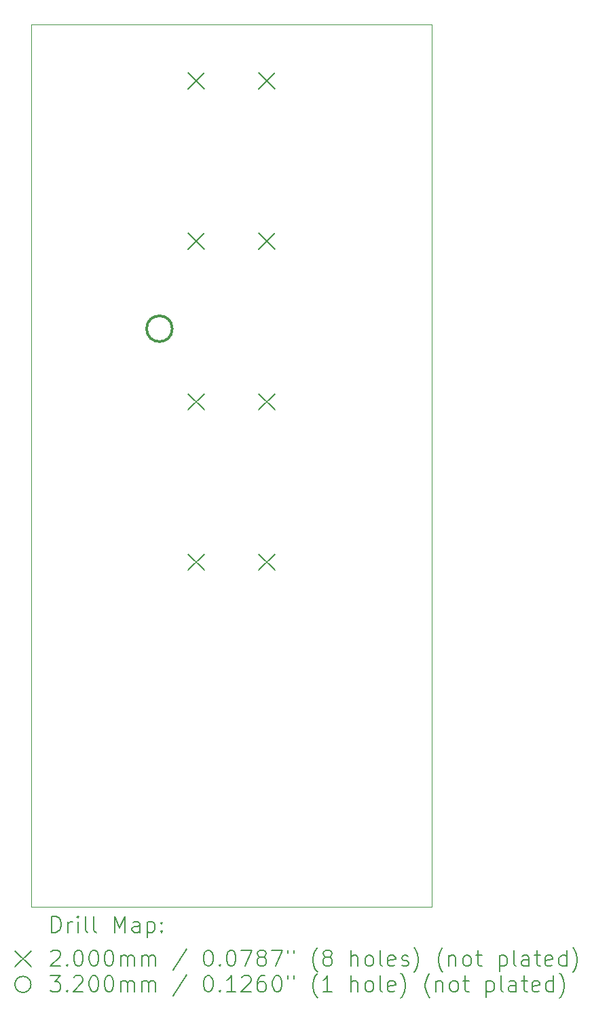
<source format=gbr>
%TF.GenerationSoftware,KiCad,Pcbnew,8.0.6-8.0.6-0~ubuntu22.04.1*%
%TF.CreationDate,2025-02-02T12:48:45+01:00*%
%TF.ProjectId,Drumbox,4472756d-626f-4782-9e6b-696361645f70,rev?*%
%TF.SameCoordinates,Original*%
%TF.FileFunction,Drillmap*%
%TF.FilePolarity,Positive*%
%FSLAX45Y45*%
G04 Gerber Fmt 4.5, Leading zero omitted, Abs format (unit mm)*
G04 Created by KiCad (PCBNEW 8.0.6-8.0.6-0~ubuntu22.04.1) date 2025-02-02 12:48:45*
%MOMM*%
%LPD*%
G01*
G04 APERTURE LIST*
%ADD10C,0.050000*%
%ADD11C,0.200000*%
%ADD12C,0.320000*%
G04 APERTURE END LIST*
D10*
X10240000Y-3380000D02*
X10240000Y-14380000D01*
X15240000Y-3380000D02*
X15240000Y-14380000D01*
X10240000Y-3380000D02*
X15240000Y-3380000D01*
X10240000Y-14380000D02*
X15240000Y-14380000D01*
D11*
X12200000Y-3980000D02*
X12400000Y-4180000D01*
X12400000Y-3980000D02*
X12200000Y-4180000D01*
X12200000Y-5980000D02*
X12400000Y-6180000D01*
X12400000Y-5980000D02*
X12200000Y-6180000D01*
X12200000Y-7980000D02*
X12400000Y-8180000D01*
X12400000Y-7980000D02*
X12200000Y-8180000D01*
X12200000Y-9980000D02*
X12400000Y-10180000D01*
X12400000Y-9980000D02*
X12200000Y-10180000D01*
X13080000Y-3980000D02*
X13280000Y-4180000D01*
X13280000Y-3980000D02*
X13080000Y-4180000D01*
X13080000Y-5980000D02*
X13280000Y-6180000D01*
X13280000Y-5980000D02*
X13080000Y-6180000D01*
X13080000Y-7980000D02*
X13280000Y-8180000D01*
X13280000Y-7980000D02*
X13080000Y-8180000D01*
X13080000Y-9980000D02*
X13280000Y-10180000D01*
X13280000Y-9980000D02*
X13080000Y-10180000D01*
D12*
X12000000Y-7170000D02*
G75*
G02*
X11680000Y-7170000I-160000J0D01*
G01*
X11680000Y-7170000D02*
G75*
G02*
X12000000Y-7170000I160000J0D01*
G01*
D11*
X10498277Y-14693984D02*
X10498277Y-14493984D01*
X10498277Y-14493984D02*
X10545896Y-14493984D01*
X10545896Y-14493984D02*
X10574467Y-14503508D01*
X10574467Y-14503508D02*
X10593515Y-14522555D01*
X10593515Y-14522555D02*
X10603039Y-14541603D01*
X10603039Y-14541603D02*
X10612563Y-14579698D01*
X10612563Y-14579698D02*
X10612563Y-14608269D01*
X10612563Y-14608269D02*
X10603039Y-14646365D01*
X10603039Y-14646365D02*
X10593515Y-14665412D01*
X10593515Y-14665412D02*
X10574467Y-14684460D01*
X10574467Y-14684460D02*
X10545896Y-14693984D01*
X10545896Y-14693984D02*
X10498277Y-14693984D01*
X10698277Y-14693984D02*
X10698277Y-14560650D01*
X10698277Y-14598746D02*
X10707801Y-14579698D01*
X10707801Y-14579698D02*
X10717324Y-14570174D01*
X10717324Y-14570174D02*
X10736372Y-14560650D01*
X10736372Y-14560650D02*
X10755420Y-14560650D01*
X10822086Y-14693984D02*
X10822086Y-14560650D01*
X10822086Y-14493984D02*
X10812563Y-14503508D01*
X10812563Y-14503508D02*
X10822086Y-14513031D01*
X10822086Y-14513031D02*
X10831610Y-14503508D01*
X10831610Y-14503508D02*
X10822086Y-14493984D01*
X10822086Y-14493984D02*
X10822086Y-14513031D01*
X10945896Y-14693984D02*
X10926848Y-14684460D01*
X10926848Y-14684460D02*
X10917324Y-14665412D01*
X10917324Y-14665412D02*
X10917324Y-14493984D01*
X11050658Y-14693984D02*
X11031610Y-14684460D01*
X11031610Y-14684460D02*
X11022086Y-14665412D01*
X11022086Y-14665412D02*
X11022086Y-14493984D01*
X11279229Y-14693984D02*
X11279229Y-14493984D01*
X11279229Y-14493984D02*
X11345896Y-14636841D01*
X11345896Y-14636841D02*
X11412562Y-14493984D01*
X11412562Y-14493984D02*
X11412562Y-14693984D01*
X11593515Y-14693984D02*
X11593515Y-14589222D01*
X11593515Y-14589222D02*
X11583991Y-14570174D01*
X11583991Y-14570174D02*
X11564943Y-14560650D01*
X11564943Y-14560650D02*
X11526848Y-14560650D01*
X11526848Y-14560650D02*
X11507801Y-14570174D01*
X11593515Y-14684460D02*
X11574467Y-14693984D01*
X11574467Y-14693984D02*
X11526848Y-14693984D01*
X11526848Y-14693984D02*
X11507801Y-14684460D01*
X11507801Y-14684460D02*
X11498277Y-14665412D01*
X11498277Y-14665412D02*
X11498277Y-14646365D01*
X11498277Y-14646365D02*
X11507801Y-14627317D01*
X11507801Y-14627317D02*
X11526848Y-14617793D01*
X11526848Y-14617793D02*
X11574467Y-14617793D01*
X11574467Y-14617793D02*
X11593515Y-14608269D01*
X11688753Y-14560650D02*
X11688753Y-14760650D01*
X11688753Y-14570174D02*
X11707801Y-14560650D01*
X11707801Y-14560650D02*
X11745896Y-14560650D01*
X11745896Y-14560650D02*
X11764943Y-14570174D01*
X11764943Y-14570174D02*
X11774467Y-14579698D01*
X11774467Y-14579698D02*
X11783991Y-14598746D01*
X11783991Y-14598746D02*
X11783991Y-14655888D01*
X11783991Y-14655888D02*
X11774467Y-14674936D01*
X11774467Y-14674936D02*
X11764943Y-14684460D01*
X11764943Y-14684460D02*
X11745896Y-14693984D01*
X11745896Y-14693984D02*
X11707801Y-14693984D01*
X11707801Y-14693984D02*
X11688753Y-14684460D01*
X11869705Y-14674936D02*
X11879229Y-14684460D01*
X11879229Y-14684460D02*
X11869705Y-14693984D01*
X11869705Y-14693984D02*
X11860182Y-14684460D01*
X11860182Y-14684460D02*
X11869705Y-14674936D01*
X11869705Y-14674936D02*
X11869705Y-14693984D01*
X11869705Y-14570174D02*
X11879229Y-14579698D01*
X11879229Y-14579698D02*
X11869705Y-14589222D01*
X11869705Y-14589222D02*
X11860182Y-14579698D01*
X11860182Y-14579698D02*
X11869705Y-14570174D01*
X11869705Y-14570174D02*
X11869705Y-14589222D01*
X10037500Y-14922500D02*
X10237500Y-15122500D01*
X10237500Y-14922500D02*
X10037500Y-15122500D01*
X10488753Y-14933031D02*
X10498277Y-14923508D01*
X10498277Y-14923508D02*
X10517324Y-14913984D01*
X10517324Y-14913984D02*
X10564944Y-14913984D01*
X10564944Y-14913984D02*
X10583991Y-14923508D01*
X10583991Y-14923508D02*
X10593515Y-14933031D01*
X10593515Y-14933031D02*
X10603039Y-14952079D01*
X10603039Y-14952079D02*
X10603039Y-14971127D01*
X10603039Y-14971127D02*
X10593515Y-14999698D01*
X10593515Y-14999698D02*
X10479229Y-15113984D01*
X10479229Y-15113984D02*
X10603039Y-15113984D01*
X10688753Y-15094936D02*
X10698277Y-15104460D01*
X10698277Y-15104460D02*
X10688753Y-15113984D01*
X10688753Y-15113984D02*
X10679229Y-15104460D01*
X10679229Y-15104460D02*
X10688753Y-15094936D01*
X10688753Y-15094936D02*
X10688753Y-15113984D01*
X10822086Y-14913984D02*
X10841134Y-14913984D01*
X10841134Y-14913984D02*
X10860182Y-14923508D01*
X10860182Y-14923508D02*
X10869705Y-14933031D01*
X10869705Y-14933031D02*
X10879229Y-14952079D01*
X10879229Y-14952079D02*
X10888753Y-14990174D01*
X10888753Y-14990174D02*
X10888753Y-15037793D01*
X10888753Y-15037793D02*
X10879229Y-15075888D01*
X10879229Y-15075888D02*
X10869705Y-15094936D01*
X10869705Y-15094936D02*
X10860182Y-15104460D01*
X10860182Y-15104460D02*
X10841134Y-15113984D01*
X10841134Y-15113984D02*
X10822086Y-15113984D01*
X10822086Y-15113984D02*
X10803039Y-15104460D01*
X10803039Y-15104460D02*
X10793515Y-15094936D01*
X10793515Y-15094936D02*
X10783991Y-15075888D01*
X10783991Y-15075888D02*
X10774467Y-15037793D01*
X10774467Y-15037793D02*
X10774467Y-14990174D01*
X10774467Y-14990174D02*
X10783991Y-14952079D01*
X10783991Y-14952079D02*
X10793515Y-14933031D01*
X10793515Y-14933031D02*
X10803039Y-14923508D01*
X10803039Y-14923508D02*
X10822086Y-14913984D01*
X11012563Y-14913984D02*
X11031610Y-14913984D01*
X11031610Y-14913984D02*
X11050658Y-14923508D01*
X11050658Y-14923508D02*
X11060182Y-14933031D01*
X11060182Y-14933031D02*
X11069705Y-14952079D01*
X11069705Y-14952079D02*
X11079229Y-14990174D01*
X11079229Y-14990174D02*
X11079229Y-15037793D01*
X11079229Y-15037793D02*
X11069705Y-15075888D01*
X11069705Y-15075888D02*
X11060182Y-15094936D01*
X11060182Y-15094936D02*
X11050658Y-15104460D01*
X11050658Y-15104460D02*
X11031610Y-15113984D01*
X11031610Y-15113984D02*
X11012563Y-15113984D01*
X11012563Y-15113984D02*
X10993515Y-15104460D01*
X10993515Y-15104460D02*
X10983991Y-15094936D01*
X10983991Y-15094936D02*
X10974467Y-15075888D01*
X10974467Y-15075888D02*
X10964944Y-15037793D01*
X10964944Y-15037793D02*
X10964944Y-14990174D01*
X10964944Y-14990174D02*
X10974467Y-14952079D01*
X10974467Y-14952079D02*
X10983991Y-14933031D01*
X10983991Y-14933031D02*
X10993515Y-14923508D01*
X10993515Y-14923508D02*
X11012563Y-14913984D01*
X11203039Y-14913984D02*
X11222086Y-14913984D01*
X11222086Y-14913984D02*
X11241134Y-14923508D01*
X11241134Y-14923508D02*
X11250658Y-14933031D01*
X11250658Y-14933031D02*
X11260182Y-14952079D01*
X11260182Y-14952079D02*
X11269705Y-14990174D01*
X11269705Y-14990174D02*
X11269705Y-15037793D01*
X11269705Y-15037793D02*
X11260182Y-15075888D01*
X11260182Y-15075888D02*
X11250658Y-15094936D01*
X11250658Y-15094936D02*
X11241134Y-15104460D01*
X11241134Y-15104460D02*
X11222086Y-15113984D01*
X11222086Y-15113984D02*
X11203039Y-15113984D01*
X11203039Y-15113984D02*
X11183991Y-15104460D01*
X11183991Y-15104460D02*
X11174467Y-15094936D01*
X11174467Y-15094936D02*
X11164944Y-15075888D01*
X11164944Y-15075888D02*
X11155420Y-15037793D01*
X11155420Y-15037793D02*
X11155420Y-14990174D01*
X11155420Y-14990174D02*
X11164944Y-14952079D01*
X11164944Y-14952079D02*
X11174467Y-14933031D01*
X11174467Y-14933031D02*
X11183991Y-14923508D01*
X11183991Y-14923508D02*
X11203039Y-14913984D01*
X11355420Y-15113984D02*
X11355420Y-14980650D01*
X11355420Y-14999698D02*
X11364943Y-14990174D01*
X11364943Y-14990174D02*
X11383991Y-14980650D01*
X11383991Y-14980650D02*
X11412563Y-14980650D01*
X11412563Y-14980650D02*
X11431610Y-14990174D01*
X11431610Y-14990174D02*
X11441134Y-15009222D01*
X11441134Y-15009222D02*
X11441134Y-15113984D01*
X11441134Y-15009222D02*
X11450658Y-14990174D01*
X11450658Y-14990174D02*
X11469705Y-14980650D01*
X11469705Y-14980650D02*
X11498277Y-14980650D01*
X11498277Y-14980650D02*
X11517324Y-14990174D01*
X11517324Y-14990174D02*
X11526848Y-15009222D01*
X11526848Y-15009222D02*
X11526848Y-15113984D01*
X11622086Y-15113984D02*
X11622086Y-14980650D01*
X11622086Y-14999698D02*
X11631610Y-14990174D01*
X11631610Y-14990174D02*
X11650658Y-14980650D01*
X11650658Y-14980650D02*
X11679229Y-14980650D01*
X11679229Y-14980650D02*
X11698277Y-14990174D01*
X11698277Y-14990174D02*
X11707801Y-15009222D01*
X11707801Y-15009222D02*
X11707801Y-15113984D01*
X11707801Y-15009222D02*
X11717324Y-14990174D01*
X11717324Y-14990174D02*
X11736372Y-14980650D01*
X11736372Y-14980650D02*
X11764943Y-14980650D01*
X11764943Y-14980650D02*
X11783991Y-14990174D01*
X11783991Y-14990174D02*
X11793515Y-15009222D01*
X11793515Y-15009222D02*
X11793515Y-15113984D01*
X12183991Y-14904460D02*
X12012563Y-15161603D01*
X12441134Y-14913984D02*
X12460182Y-14913984D01*
X12460182Y-14913984D02*
X12479229Y-14923508D01*
X12479229Y-14923508D02*
X12488753Y-14933031D01*
X12488753Y-14933031D02*
X12498277Y-14952079D01*
X12498277Y-14952079D02*
X12507801Y-14990174D01*
X12507801Y-14990174D02*
X12507801Y-15037793D01*
X12507801Y-15037793D02*
X12498277Y-15075888D01*
X12498277Y-15075888D02*
X12488753Y-15094936D01*
X12488753Y-15094936D02*
X12479229Y-15104460D01*
X12479229Y-15104460D02*
X12460182Y-15113984D01*
X12460182Y-15113984D02*
X12441134Y-15113984D01*
X12441134Y-15113984D02*
X12422086Y-15104460D01*
X12422086Y-15104460D02*
X12412563Y-15094936D01*
X12412563Y-15094936D02*
X12403039Y-15075888D01*
X12403039Y-15075888D02*
X12393515Y-15037793D01*
X12393515Y-15037793D02*
X12393515Y-14990174D01*
X12393515Y-14990174D02*
X12403039Y-14952079D01*
X12403039Y-14952079D02*
X12412563Y-14933031D01*
X12412563Y-14933031D02*
X12422086Y-14923508D01*
X12422086Y-14923508D02*
X12441134Y-14913984D01*
X12593515Y-15094936D02*
X12603039Y-15104460D01*
X12603039Y-15104460D02*
X12593515Y-15113984D01*
X12593515Y-15113984D02*
X12583991Y-15104460D01*
X12583991Y-15104460D02*
X12593515Y-15094936D01*
X12593515Y-15094936D02*
X12593515Y-15113984D01*
X12726848Y-14913984D02*
X12745896Y-14913984D01*
X12745896Y-14913984D02*
X12764944Y-14923508D01*
X12764944Y-14923508D02*
X12774467Y-14933031D01*
X12774467Y-14933031D02*
X12783991Y-14952079D01*
X12783991Y-14952079D02*
X12793515Y-14990174D01*
X12793515Y-14990174D02*
X12793515Y-15037793D01*
X12793515Y-15037793D02*
X12783991Y-15075888D01*
X12783991Y-15075888D02*
X12774467Y-15094936D01*
X12774467Y-15094936D02*
X12764944Y-15104460D01*
X12764944Y-15104460D02*
X12745896Y-15113984D01*
X12745896Y-15113984D02*
X12726848Y-15113984D01*
X12726848Y-15113984D02*
X12707801Y-15104460D01*
X12707801Y-15104460D02*
X12698277Y-15094936D01*
X12698277Y-15094936D02*
X12688753Y-15075888D01*
X12688753Y-15075888D02*
X12679229Y-15037793D01*
X12679229Y-15037793D02*
X12679229Y-14990174D01*
X12679229Y-14990174D02*
X12688753Y-14952079D01*
X12688753Y-14952079D02*
X12698277Y-14933031D01*
X12698277Y-14933031D02*
X12707801Y-14923508D01*
X12707801Y-14923508D02*
X12726848Y-14913984D01*
X12860182Y-14913984D02*
X12993515Y-14913984D01*
X12993515Y-14913984D02*
X12907801Y-15113984D01*
X13098277Y-14999698D02*
X13079229Y-14990174D01*
X13079229Y-14990174D02*
X13069706Y-14980650D01*
X13069706Y-14980650D02*
X13060182Y-14961603D01*
X13060182Y-14961603D02*
X13060182Y-14952079D01*
X13060182Y-14952079D02*
X13069706Y-14933031D01*
X13069706Y-14933031D02*
X13079229Y-14923508D01*
X13079229Y-14923508D02*
X13098277Y-14913984D01*
X13098277Y-14913984D02*
X13136372Y-14913984D01*
X13136372Y-14913984D02*
X13155420Y-14923508D01*
X13155420Y-14923508D02*
X13164944Y-14933031D01*
X13164944Y-14933031D02*
X13174467Y-14952079D01*
X13174467Y-14952079D02*
X13174467Y-14961603D01*
X13174467Y-14961603D02*
X13164944Y-14980650D01*
X13164944Y-14980650D02*
X13155420Y-14990174D01*
X13155420Y-14990174D02*
X13136372Y-14999698D01*
X13136372Y-14999698D02*
X13098277Y-14999698D01*
X13098277Y-14999698D02*
X13079229Y-15009222D01*
X13079229Y-15009222D02*
X13069706Y-15018746D01*
X13069706Y-15018746D02*
X13060182Y-15037793D01*
X13060182Y-15037793D02*
X13060182Y-15075888D01*
X13060182Y-15075888D02*
X13069706Y-15094936D01*
X13069706Y-15094936D02*
X13079229Y-15104460D01*
X13079229Y-15104460D02*
X13098277Y-15113984D01*
X13098277Y-15113984D02*
X13136372Y-15113984D01*
X13136372Y-15113984D02*
X13155420Y-15104460D01*
X13155420Y-15104460D02*
X13164944Y-15094936D01*
X13164944Y-15094936D02*
X13174467Y-15075888D01*
X13174467Y-15075888D02*
X13174467Y-15037793D01*
X13174467Y-15037793D02*
X13164944Y-15018746D01*
X13164944Y-15018746D02*
X13155420Y-15009222D01*
X13155420Y-15009222D02*
X13136372Y-14999698D01*
X13241134Y-14913984D02*
X13374467Y-14913984D01*
X13374467Y-14913984D02*
X13288753Y-15113984D01*
X13441134Y-14913984D02*
X13441134Y-14952079D01*
X13517325Y-14913984D02*
X13517325Y-14952079D01*
X13812563Y-15190174D02*
X13803039Y-15180650D01*
X13803039Y-15180650D02*
X13783991Y-15152079D01*
X13783991Y-15152079D02*
X13774468Y-15133031D01*
X13774468Y-15133031D02*
X13764944Y-15104460D01*
X13764944Y-15104460D02*
X13755420Y-15056841D01*
X13755420Y-15056841D02*
X13755420Y-15018746D01*
X13755420Y-15018746D02*
X13764944Y-14971127D01*
X13764944Y-14971127D02*
X13774468Y-14942555D01*
X13774468Y-14942555D02*
X13783991Y-14923508D01*
X13783991Y-14923508D02*
X13803039Y-14894936D01*
X13803039Y-14894936D02*
X13812563Y-14885412D01*
X13917325Y-14999698D02*
X13898277Y-14990174D01*
X13898277Y-14990174D02*
X13888753Y-14980650D01*
X13888753Y-14980650D02*
X13879229Y-14961603D01*
X13879229Y-14961603D02*
X13879229Y-14952079D01*
X13879229Y-14952079D02*
X13888753Y-14933031D01*
X13888753Y-14933031D02*
X13898277Y-14923508D01*
X13898277Y-14923508D02*
X13917325Y-14913984D01*
X13917325Y-14913984D02*
X13955420Y-14913984D01*
X13955420Y-14913984D02*
X13974468Y-14923508D01*
X13974468Y-14923508D02*
X13983991Y-14933031D01*
X13983991Y-14933031D02*
X13993515Y-14952079D01*
X13993515Y-14952079D02*
X13993515Y-14961603D01*
X13993515Y-14961603D02*
X13983991Y-14980650D01*
X13983991Y-14980650D02*
X13974468Y-14990174D01*
X13974468Y-14990174D02*
X13955420Y-14999698D01*
X13955420Y-14999698D02*
X13917325Y-14999698D01*
X13917325Y-14999698D02*
X13898277Y-15009222D01*
X13898277Y-15009222D02*
X13888753Y-15018746D01*
X13888753Y-15018746D02*
X13879229Y-15037793D01*
X13879229Y-15037793D02*
X13879229Y-15075888D01*
X13879229Y-15075888D02*
X13888753Y-15094936D01*
X13888753Y-15094936D02*
X13898277Y-15104460D01*
X13898277Y-15104460D02*
X13917325Y-15113984D01*
X13917325Y-15113984D02*
X13955420Y-15113984D01*
X13955420Y-15113984D02*
X13974468Y-15104460D01*
X13974468Y-15104460D02*
X13983991Y-15094936D01*
X13983991Y-15094936D02*
X13993515Y-15075888D01*
X13993515Y-15075888D02*
X13993515Y-15037793D01*
X13993515Y-15037793D02*
X13983991Y-15018746D01*
X13983991Y-15018746D02*
X13974468Y-15009222D01*
X13974468Y-15009222D02*
X13955420Y-14999698D01*
X14231610Y-15113984D02*
X14231610Y-14913984D01*
X14317325Y-15113984D02*
X14317325Y-15009222D01*
X14317325Y-15009222D02*
X14307801Y-14990174D01*
X14307801Y-14990174D02*
X14288753Y-14980650D01*
X14288753Y-14980650D02*
X14260182Y-14980650D01*
X14260182Y-14980650D02*
X14241134Y-14990174D01*
X14241134Y-14990174D02*
X14231610Y-14999698D01*
X14441134Y-15113984D02*
X14422087Y-15104460D01*
X14422087Y-15104460D02*
X14412563Y-15094936D01*
X14412563Y-15094936D02*
X14403039Y-15075888D01*
X14403039Y-15075888D02*
X14403039Y-15018746D01*
X14403039Y-15018746D02*
X14412563Y-14999698D01*
X14412563Y-14999698D02*
X14422087Y-14990174D01*
X14422087Y-14990174D02*
X14441134Y-14980650D01*
X14441134Y-14980650D02*
X14469706Y-14980650D01*
X14469706Y-14980650D02*
X14488753Y-14990174D01*
X14488753Y-14990174D02*
X14498277Y-14999698D01*
X14498277Y-14999698D02*
X14507801Y-15018746D01*
X14507801Y-15018746D02*
X14507801Y-15075888D01*
X14507801Y-15075888D02*
X14498277Y-15094936D01*
X14498277Y-15094936D02*
X14488753Y-15104460D01*
X14488753Y-15104460D02*
X14469706Y-15113984D01*
X14469706Y-15113984D02*
X14441134Y-15113984D01*
X14622087Y-15113984D02*
X14603039Y-15104460D01*
X14603039Y-15104460D02*
X14593515Y-15085412D01*
X14593515Y-15085412D02*
X14593515Y-14913984D01*
X14774468Y-15104460D02*
X14755420Y-15113984D01*
X14755420Y-15113984D02*
X14717325Y-15113984D01*
X14717325Y-15113984D02*
X14698277Y-15104460D01*
X14698277Y-15104460D02*
X14688753Y-15085412D01*
X14688753Y-15085412D02*
X14688753Y-15009222D01*
X14688753Y-15009222D02*
X14698277Y-14990174D01*
X14698277Y-14990174D02*
X14717325Y-14980650D01*
X14717325Y-14980650D02*
X14755420Y-14980650D01*
X14755420Y-14980650D02*
X14774468Y-14990174D01*
X14774468Y-14990174D02*
X14783991Y-15009222D01*
X14783991Y-15009222D02*
X14783991Y-15028269D01*
X14783991Y-15028269D02*
X14688753Y-15047317D01*
X14860182Y-15104460D02*
X14879230Y-15113984D01*
X14879230Y-15113984D02*
X14917325Y-15113984D01*
X14917325Y-15113984D02*
X14936372Y-15104460D01*
X14936372Y-15104460D02*
X14945896Y-15085412D01*
X14945896Y-15085412D02*
X14945896Y-15075888D01*
X14945896Y-15075888D02*
X14936372Y-15056841D01*
X14936372Y-15056841D02*
X14917325Y-15047317D01*
X14917325Y-15047317D02*
X14888753Y-15047317D01*
X14888753Y-15047317D02*
X14869706Y-15037793D01*
X14869706Y-15037793D02*
X14860182Y-15018746D01*
X14860182Y-15018746D02*
X14860182Y-15009222D01*
X14860182Y-15009222D02*
X14869706Y-14990174D01*
X14869706Y-14990174D02*
X14888753Y-14980650D01*
X14888753Y-14980650D02*
X14917325Y-14980650D01*
X14917325Y-14980650D02*
X14936372Y-14990174D01*
X15012563Y-15190174D02*
X15022087Y-15180650D01*
X15022087Y-15180650D02*
X15041134Y-15152079D01*
X15041134Y-15152079D02*
X15050658Y-15133031D01*
X15050658Y-15133031D02*
X15060182Y-15104460D01*
X15060182Y-15104460D02*
X15069706Y-15056841D01*
X15069706Y-15056841D02*
X15069706Y-15018746D01*
X15069706Y-15018746D02*
X15060182Y-14971127D01*
X15060182Y-14971127D02*
X15050658Y-14942555D01*
X15050658Y-14942555D02*
X15041134Y-14923508D01*
X15041134Y-14923508D02*
X15022087Y-14894936D01*
X15022087Y-14894936D02*
X15012563Y-14885412D01*
X15374468Y-15190174D02*
X15364944Y-15180650D01*
X15364944Y-15180650D02*
X15345896Y-15152079D01*
X15345896Y-15152079D02*
X15336372Y-15133031D01*
X15336372Y-15133031D02*
X15326849Y-15104460D01*
X15326849Y-15104460D02*
X15317325Y-15056841D01*
X15317325Y-15056841D02*
X15317325Y-15018746D01*
X15317325Y-15018746D02*
X15326849Y-14971127D01*
X15326849Y-14971127D02*
X15336372Y-14942555D01*
X15336372Y-14942555D02*
X15345896Y-14923508D01*
X15345896Y-14923508D02*
X15364944Y-14894936D01*
X15364944Y-14894936D02*
X15374468Y-14885412D01*
X15450658Y-14980650D02*
X15450658Y-15113984D01*
X15450658Y-14999698D02*
X15460182Y-14990174D01*
X15460182Y-14990174D02*
X15479230Y-14980650D01*
X15479230Y-14980650D02*
X15507801Y-14980650D01*
X15507801Y-14980650D02*
X15526849Y-14990174D01*
X15526849Y-14990174D02*
X15536372Y-15009222D01*
X15536372Y-15009222D02*
X15536372Y-15113984D01*
X15660182Y-15113984D02*
X15641134Y-15104460D01*
X15641134Y-15104460D02*
X15631611Y-15094936D01*
X15631611Y-15094936D02*
X15622087Y-15075888D01*
X15622087Y-15075888D02*
X15622087Y-15018746D01*
X15622087Y-15018746D02*
X15631611Y-14999698D01*
X15631611Y-14999698D02*
X15641134Y-14990174D01*
X15641134Y-14990174D02*
X15660182Y-14980650D01*
X15660182Y-14980650D02*
X15688753Y-14980650D01*
X15688753Y-14980650D02*
X15707801Y-14990174D01*
X15707801Y-14990174D02*
X15717325Y-14999698D01*
X15717325Y-14999698D02*
X15726849Y-15018746D01*
X15726849Y-15018746D02*
X15726849Y-15075888D01*
X15726849Y-15075888D02*
X15717325Y-15094936D01*
X15717325Y-15094936D02*
X15707801Y-15104460D01*
X15707801Y-15104460D02*
X15688753Y-15113984D01*
X15688753Y-15113984D02*
X15660182Y-15113984D01*
X15783992Y-14980650D02*
X15860182Y-14980650D01*
X15812563Y-14913984D02*
X15812563Y-15085412D01*
X15812563Y-15085412D02*
X15822087Y-15104460D01*
X15822087Y-15104460D02*
X15841134Y-15113984D01*
X15841134Y-15113984D02*
X15860182Y-15113984D01*
X16079230Y-14980650D02*
X16079230Y-15180650D01*
X16079230Y-14990174D02*
X16098277Y-14980650D01*
X16098277Y-14980650D02*
X16136373Y-14980650D01*
X16136373Y-14980650D02*
X16155420Y-14990174D01*
X16155420Y-14990174D02*
X16164944Y-14999698D01*
X16164944Y-14999698D02*
X16174468Y-15018746D01*
X16174468Y-15018746D02*
X16174468Y-15075888D01*
X16174468Y-15075888D02*
X16164944Y-15094936D01*
X16164944Y-15094936D02*
X16155420Y-15104460D01*
X16155420Y-15104460D02*
X16136373Y-15113984D01*
X16136373Y-15113984D02*
X16098277Y-15113984D01*
X16098277Y-15113984D02*
X16079230Y-15104460D01*
X16288753Y-15113984D02*
X16269706Y-15104460D01*
X16269706Y-15104460D02*
X16260182Y-15085412D01*
X16260182Y-15085412D02*
X16260182Y-14913984D01*
X16450658Y-15113984D02*
X16450658Y-15009222D01*
X16450658Y-15009222D02*
X16441134Y-14990174D01*
X16441134Y-14990174D02*
X16422087Y-14980650D01*
X16422087Y-14980650D02*
X16383992Y-14980650D01*
X16383992Y-14980650D02*
X16364944Y-14990174D01*
X16450658Y-15104460D02*
X16431611Y-15113984D01*
X16431611Y-15113984D02*
X16383992Y-15113984D01*
X16383992Y-15113984D02*
X16364944Y-15104460D01*
X16364944Y-15104460D02*
X16355420Y-15085412D01*
X16355420Y-15085412D02*
X16355420Y-15066365D01*
X16355420Y-15066365D02*
X16364944Y-15047317D01*
X16364944Y-15047317D02*
X16383992Y-15037793D01*
X16383992Y-15037793D02*
X16431611Y-15037793D01*
X16431611Y-15037793D02*
X16450658Y-15028269D01*
X16517325Y-14980650D02*
X16593515Y-14980650D01*
X16545896Y-14913984D02*
X16545896Y-15085412D01*
X16545896Y-15085412D02*
X16555420Y-15104460D01*
X16555420Y-15104460D02*
X16574468Y-15113984D01*
X16574468Y-15113984D02*
X16593515Y-15113984D01*
X16736373Y-15104460D02*
X16717325Y-15113984D01*
X16717325Y-15113984D02*
X16679230Y-15113984D01*
X16679230Y-15113984D02*
X16660182Y-15104460D01*
X16660182Y-15104460D02*
X16650658Y-15085412D01*
X16650658Y-15085412D02*
X16650658Y-15009222D01*
X16650658Y-15009222D02*
X16660182Y-14990174D01*
X16660182Y-14990174D02*
X16679230Y-14980650D01*
X16679230Y-14980650D02*
X16717325Y-14980650D01*
X16717325Y-14980650D02*
X16736373Y-14990174D01*
X16736373Y-14990174D02*
X16745896Y-15009222D01*
X16745896Y-15009222D02*
X16745896Y-15028269D01*
X16745896Y-15028269D02*
X16650658Y-15047317D01*
X16917325Y-15113984D02*
X16917325Y-14913984D01*
X16917325Y-15104460D02*
X16898277Y-15113984D01*
X16898277Y-15113984D02*
X16860182Y-15113984D01*
X16860182Y-15113984D02*
X16841135Y-15104460D01*
X16841135Y-15104460D02*
X16831611Y-15094936D01*
X16831611Y-15094936D02*
X16822087Y-15075888D01*
X16822087Y-15075888D02*
X16822087Y-15018746D01*
X16822087Y-15018746D02*
X16831611Y-14999698D01*
X16831611Y-14999698D02*
X16841135Y-14990174D01*
X16841135Y-14990174D02*
X16860182Y-14980650D01*
X16860182Y-14980650D02*
X16898277Y-14980650D01*
X16898277Y-14980650D02*
X16917325Y-14990174D01*
X16993516Y-15190174D02*
X17003039Y-15180650D01*
X17003039Y-15180650D02*
X17022087Y-15152079D01*
X17022087Y-15152079D02*
X17031611Y-15133031D01*
X17031611Y-15133031D02*
X17041135Y-15104460D01*
X17041135Y-15104460D02*
X17050658Y-15056841D01*
X17050658Y-15056841D02*
X17050658Y-15018746D01*
X17050658Y-15018746D02*
X17041135Y-14971127D01*
X17041135Y-14971127D02*
X17031611Y-14942555D01*
X17031611Y-14942555D02*
X17022087Y-14923508D01*
X17022087Y-14923508D02*
X17003039Y-14894936D01*
X17003039Y-14894936D02*
X16993516Y-14885412D01*
X10237500Y-15342500D02*
G75*
G02*
X10037500Y-15342500I-100000J0D01*
G01*
X10037500Y-15342500D02*
G75*
G02*
X10237500Y-15342500I100000J0D01*
G01*
X10479229Y-15233984D02*
X10603039Y-15233984D01*
X10603039Y-15233984D02*
X10536372Y-15310174D01*
X10536372Y-15310174D02*
X10564944Y-15310174D01*
X10564944Y-15310174D02*
X10583991Y-15319698D01*
X10583991Y-15319698D02*
X10593515Y-15329222D01*
X10593515Y-15329222D02*
X10603039Y-15348269D01*
X10603039Y-15348269D02*
X10603039Y-15395888D01*
X10603039Y-15395888D02*
X10593515Y-15414936D01*
X10593515Y-15414936D02*
X10583991Y-15424460D01*
X10583991Y-15424460D02*
X10564944Y-15433984D01*
X10564944Y-15433984D02*
X10507801Y-15433984D01*
X10507801Y-15433984D02*
X10488753Y-15424460D01*
X10488753Y-15424460D02*
X10479229Y-15414936D01*
X10688753Y-15414936D02*
X10698277Y-15424460D01*
X10698277Y-15424460D02*
X10688753Y-15433984D01*
X10688753Y-15433984D02*
X10679229Y-15424460D01*
X10679229Y-15424460D02*
X10688753Y-15414936D01*
X10688753Y-15414936D02*
X10688753Y-15433984D01*
X10774467Y-15253031D02*
X10783991Y-15243508D01*
X10783991Y-15243508D02*
X10803039Y-15233984D01*
X10803039Y-15233984D02*
X10850658Y-15233984D01*
X10850658Y-15233984D02*
X10869705Y-15243508D01*
X10869705Y-15243508D02*
X10879229Y-15253031D01*
X10879229Y-15253031D02*
X10888753Y-15272079D01*
X10888753Y-15272079D02*
X10888753Y-15291127D01*
X10888753Y-15291127D02*
X10879229Y-15319698D01*
X10879229Y-15319698D02*
X10764944Y-15433984D01*
X10764944Y-15433984D02*
X10888753Y-15433984D01*
X11012563Y-15233984D02*
X11031610Y-15233984D01*
X11031610Y-15233984D02*
X11050658Y-15243508D01*
X11050658Y-15243508D02*
X11060182Y-15253031D01*
X11060182Y-15253031D02*
X11069705Y-15272079D01*
X11069705Y-15272079D02*
X11079229Y-15310174D01*
X11079229Y-15310174D02*
X11079229Y-15357793D01*
X11079229Y-15357793D02*
X11069705Y-15395888D01*
X11069705Y-15395888D02*
X11060182Y-15414936D01*
X11060182Y-15414936D02*
X11050658Y-15424460D01*
X11050658Y-15424460D02*
X11031610Y-15433984D01*
X11031610Y-15433984D02*
X11012563Y-15433984D01*
X11012563Y-15433984D02*
X10993515Y-15424460D01*
X10993515Y-15424460D02*
X10983991Y-15414936D01*
X10983991Y-15414936D02*
X10974467Y-15395888D01*
X10974467Y-15395888D02*
X10964944Y-15357793D01*
X10964944Y-15357793D02*
X10964944Y-15310174D01*
X10964944Y-15310174D02*
X10974467Y-15272079D01*
X10974467Y-15272079D02*
X10983991Y-15253031D01*
X10983991Y-15253031D02*
X10993515Y-15243508D01*
X10993515Y-15243508D02*
X11012563Y-15233984D01*
X11203039Y-15233984D02*
X11222086Y-15233984D01*
X11222086Y-15233984D02*
X11241134Y-15243508D01*
X11241134Y-15243508D02*
X11250658Y-15253031D01*
X11250658Y-15253031D02*
X11260182Y-15272079D01*
X11260182Y-15272079D02*
X11269705Y-15310174D01*
X11269705Y-15310174D02*
X11269705Y-15357793D01*
X11269705Y-15357793D02*
X11260182Y-15395888D01*
X11260182Y-15395888D02*
X11250658Y-15414936D01*
X11250658Y-15414936D02*
X11241134Y-15424460D01*
X11241134Y-15424460D02*
X11222086Y-15433984D01*
X11222086Y-15433984D02*
X11203039Y-15433984D01*
X11203039Y-15433984D02*
X11183991Y-15424460D01*
X11183991Y-15424460D02*
X11174467Y-15414936D01*
X11174467Y-15414936D02*
X11164944Y-15395888D01*
X11164944Y-15395888D02*
X11155420Y-15357793D01*
X11155420Y-15357793D02*
X11155420Y-15310174D01*
X11155420Y-15310174D02*
X11164944Y-15272079D01*
X11164944Y-15272079D02*
X11174467Y-15253031D01*
X11174467Y-15253031D02*
X11183991Y-15243508D01*
X11183991Y-15243508D02*
X11203039Y-15233984D01*
X11355420Y-15433984D02*
X11355420Y-15300650D01*
X11355420Y-15319698D02*
X11364943Y-15310174D01*
X11364943Y-15310174D02*
X11383991Y-15300650D01*
X11383991Y-15300650D02*
X11412563Y-15300650D01*
X11412563Y-15300650D02*
X11431610Y-15310174D01*
X11431610Y-15310174D02*
X11441134Y-15329222D01*
X11441134Y-15329222D02*
X11441134Y-15433984D01*
X11441134Y-15329222D02*
X11450658Y-15310174D01*
X11450658Y-15310174D02*
X11469705Y-15300650D01*
X11469705Y-15300650D02*
X11498277Y-15300650D01*
X11498277Y-15300650D02*
X11517324Y-15310174D01*
X11517324Y-15310174D02*
X11526848Y-15329222D01*
X11526848Y-15329222D02*
X11526848Y-15433984D01*
X11622086Y-15433984D02*
X11622086Y-15300650D01*
X11622086Y-15319698D02*
X11631610Y-15310174D01*
X11631610Y-15310174D02*
X11650658Y-15300650D01*
X11650658Y-15300650D02*
X11679229Y-15300650D01*
X11679229Y-15300650D02*
X11698277Y-15310174D01*
X11698277Y-15310174D02*
X11707801Y-15329222D01*
X11707801Y-15329222D02*
X11707801Y-15433984D01*
X11707801Y-15329222D02*
X11717324Y-15310174D01*
X11717324Y-15310174D02*
X11736372Y-15300650D01*
X11736372Y-15300650D02*
X11764943Y-15300650D01*
X11764943Y-15300650D02*
X11783991Y-15310174D01*
X11783991Y-15310174D02*
X11793515Y-15329222D01*
X11793515Y-15329222D02*
X11793515Y-15433984D01*
X12183991Y-15224460D02*
X12012563Y-15481603D01*
X12441134Y-15233984D02*
X12460182Y-15233984D01*
X12460182Y-15233984D02*
X12479229Y-15243508D01*
X12479229Y-15243508D02*
X12488753Y-15253031D01*
X12488753Y-15253031D02*
X12498277Y-15272079D01*
X12498277Y-15272079D02*
X12507801Y-15310174D01*
X12507801Y-15310174D02*
X12507801Y-15357793D01*
X12507801Y-15357793D02*
X12498277Y-15395888D01*
X12498277Y-15395888D02*
X12488753Y-15414936D01*
X12488753Y-15414936D02*
X12479229Y-15424460D01*
X12479229Y-15424460D02*
X12460182Y-15433984D01*
X12460182Y-15433984D02*
X12441134Y-15433984D01*
X12441134Y-15433984D02*
X12422086Y-15424460D01*
X12422086Y-15424460D02*
X12412563Y-15414936D01*
X12412563Y-15414936D02*
X12403039Y-15395888D01*
X12403039Y-15395888D02*
X12393515Y-15357793D01*
X12393515Y-15357793D02*
X12393515Y-15310174D01*
X12393515Y-15310174D02*
X12403039Y-15272079D01*
X12403039Y-15272079D02*
X12412563Y-15253031D01*
X12412563Y-15253031D02*
X12422086Y-15243508D01*
X12422086Y-15243508D02*
X12441134Y-15233984D01*
X12593515Y-15414936D02*
X12603039Y-15424460D01*
X12603039Y-15424460D02*
X12593515Y-15433984D01*
X12593515Y-15433984D02*
X12583991Y-15424460D01*
X12583991Y-15424460D02*
X12593515Y-15414936D01*
X12593515Y-15414936D02*
X12593515Y-15433984D01*
X12793515Y-15433984D02*
X12679229Y-15433984D01*
X12736372Y-15433984D02*
X12736372Y-15233984D01*
X12736372Y-15233984D02*
X12717325Y-15262555D01*
X12717325Y-15262555D02*
X12698277Y-15281603D01*
X12698277Y-15281603D02*
X12679229Y-15291127D01*
X12869706Y-15253031D02*
X12879229Y-15243508D01*
X12879229Y-15243508D02*
X12898277Y-15233984D01*
X12898277Y-15233984D02*
X12945896Y-15233984D01*
X12945896Y-15233984D02*
X12964944Y-15243508D01*
X12964944Y-15243508D02*
X12974467Y-15253031D01*
X12974467Y-15253031D02*
X12983991Y-15272079D01*
X12983991Y-15272079D02*
X12983991Y-15291127D01*
X12983991Y-15291127D02*
X12974467Y-15319698D01*
X12974467Y-15319698D02*
X12860182Y-15433984D01*
X12860182Y-15433984D02*
X12983991Y-15433984D01*
X13155420Y-15233984D02*
X13117325Y-15233984D01*
X13117325Y-15233984D02*
X13098277Y-15243508D01*
X13098277Y-15243508D02*
X13088753Y-15253031D01*
X13088753Y-15253031D02*
X13069706Y-15281603D01*
X13069706Y-15281603D02*
X13060182Y-15319698D01*
X13060182Y-15319698D02*
X13060182Y-15395888D01*
X13060182Y-15395888D02*
X13069706Y-15414936D01*
X13069706Y-15414936D02*
X13079229Y-15424460D01*
X13079229Y-15424460D02*
X13098277Y-15433984D01*
X13098277Y-15433984D02*
X13136372Y-15433984D01*
X13136372Y-15433984D02*
X13155420Y-15424460D01*
X13155420Y-15424460D02*
X13164944Y-15414936D01*
X13164944Y-15414936D02*
X13174467Y-15395888D01*
X13174467Y-15395888D02*
X13174467Y-15348269D01*
X13174467Y-15348269D02*
X13164944Y-15329222D01*
X13164944Y-15329222D02*
X13155420Y-15319698D01*
X13155420Y-15319698D02*
X13136372Y-15310174D01*
X13136372Y-15310174D02*
X13098277Y-15310174D01*
X13098277Y-15310174D02*
X13079229Y-15319698D01*
X13079229Y-15319698D02*
X13069706Y-15329222D01*
X13069706Y-15329222D02*
X13060182Y-15348269D01*
X13298277Y-15233984D02*
X13317325Y-15233984D01*
X13317325Y-15233984D02*
X13336372Y-15243508D01*
X13336372Y-15243508D02*
X13345896Y-15253031D01*
X13345896Y-15253031D02*
X13355420Y-15272079D01*
X13355420Y-15272079D02*
X13364944Y-15310174D01*
X13364944Y-15310174D02*
X13364944Y-15357793D01*
X13364944Y-15357793D02*
X13355420Y-15395888D01*
X13355420Y-15395888D02*
X13345896Y-15414936D01*
X13345896Y-15414936D02*
X13336372Y-15424460D01*
X13336372Y-15424460D02*
X13317325Y-15433984D01*
X13317325Y-15433984D02*
X13298277Y-15433984D01*
X13298277Y-15433984D02*
X13279229Y-15424460D01*
X13279229Y-15424460D02*
X13269706Y-15414936D01*
X13269706Y-15414936D02*
X13260182Y-15395888D01*
X13260182Y-15395888D02*
X13250658Y-15357793D01*
X13250658Y-15357793D02*
X13250658Y-15310174D01*
X13250658Y-15310174D02*
X13260182Y-15272079D01*
X13260182Y-15272079D02*
X13269706Y-15253031D01*
X13269706Y-15253031D02*
X13279229Y-15243508D01*
X13279229Y-15243508D02*
X13298277Y-15233984D01*
X13441134Y-15233984D02*
X13441134Y-15272079D01*
X13517325Y-15233984D02*
X13517325Y-15272079D01*
X13812563Y-15510174D02*
X13803039Y-15500650D01*
X13803039Y-15500650D02*
X13783991Y-15472079D01*
X13783991Y-15472079D02*
X13774468Y-15453031D01*
X13774468Y-15453031D02*
X13764944Y-15424460D01*
X13764944Y-15424460D02*
X13755420Y-15376841D01*
X13755420Y-15376841D02*
X13755420Y-15338746D01*
X13755420Y-15338746D02*
X13764944Y-15291127D01*
X13764944Y-15291127D02*
X13774468Y-15262555D01*
X13774468Y-15262555D02*
X13783991Y-15243508D01*
X13783991Y-15243508D02*
X13803039Y-15214936D01*
X13803039Y-15214936D02*
X13812563Y-15205412D01*
X13993515Y-15433984D02*
X13879229Y-15433984D01*
X13936372Y-15433984D02*
X13936372Y-15233984D01*
X13936372Y-15233984D02*
X13917325Y-15262555D01*
X13917325Y-15262555D02*
X13898277Y-15281603D01*
X13898277Y-15281603D02*
X13879229Y-15291127D01*
X14231610Y-15433984D02*
X14231610Y-15233984D01*
X14317325Y-15433984D02*
X14317325Y-15329222D01*
X14317325Y-15329222D02*
X14307801Y-15310174D01*
X14307801Y-15310174D02*
X14288753Y-15300650D01*
X14288753Y-15300650D02*
X14260182Y-15300650D01*
X14260182Y-15300650D02*
X14241134Y-15310174D01*
X14241134Y-15310174D02*
X14231610Y-15319698D01*
X14441134Y-15433984D02*
X14422087Y-15424460D01*
X14422087Y-15424460D02*
X14412563Y-15414936D01*
X14412563Y-15414936D02*
X14403039Y-15395888D01*
X14403039Y-15395888D02*
X14403039Y-15338746D01*
X14403039Y-15338746D02*
X14412563Y-15319698D01*
X14412563Y-15319698D02*
X14422087Y-15310174D01*
X14422087Y-15310174D02*
X14441134Y-15300650D01*
X14441134Y-15300650D02*
X14469706Y-15300650D01*
X14469706Y-15300650D02*
X14488753Y-15310174D01*
X14488753Y-15310174D02*
X14498277Y-15319698D01*
X14498277Y-15319698D02*
X14507801Y-15338746D01*
X14507801Y-15338746D02*
X14507801Y-15395888D01*
X14507801Y-15395888D02*
X14498277Y-15414936D01*
X14498277Y-15414936D02*
X14488753Y-15424460D01*
X14488753Y-15424460D02*
X14469706Y-15433984D01*
X14469706Y-15433984D02*
X14441134Y-15433984D01*
X14622087Y-15433984D02*
X14603039Y-15424460D01*
X14603039Y-15424460D02*
X14593515Y-15405412D01*
X14593515Y-15405412D02*
X14593515Y-15233984D01*
X14774468Y-15424460D02*
X14755420Y-15433984D01*
X14755420Y-15433984D02*
X14717325Y-15433984D01*
X14717325Y-15433984D02*
X14698277Y-15424460D01*
X14698277Y-15424460D02*
X14688753Y-15405412D01*
X14688753Y-15405412D02*
X14688753Y-15329222D01*
X14688753Y-15329222D02*
X14698277Y-15310174D01*
X14698277Y-15310174D02*
X14717325Y-15300650D01*
X14717325Y-15300650D02*
X14755420Y-15300650D01*
X14755420Y-15300650D02*
X14774468Y-15310174D01*
X14774468Y-15310174D02*
X14783991Y-15329222D01*
X14783991Y-15329222D02*
X14783991Y-15348269D01*
X14783991Y-15348269D02*
X14688753Y-15367317D01*
X14850658Y-15510174D02*
X14860182Y-15500650D01*
X14860182Y-15500650D02*
X14879230Y-15472079D01*
X14879230Y-15472079D02*
X14888753Y-15453031D01*
X14888753Y-15453031D02*
X14898277Y-15424460D01*
X14898277Y-15424460D02*
X14907801Y-15376841D01*
X14907801Y-15376841D02*
X14907801Y-15338746D01*
X14907801Y-15338746D02*
X14898277Y-15291127D01*
X14898277Y-15291127D02*
X14888753Y-15262555D01*
X14888753Y-15262555D02*
X14879230Y-15243508D01*
X14879230Y-15243508D02*
X14860182Y-15214936D01*
X14860182Y-15214936D02*
X14850658Y-15205412D01*
X15212563Y-15510174D02*
X15203039Y-15500650D01*
X15203039Y-15500650D02*
X15183991Y-15472079D01*
X15183991Y-15472079D02*
X15174468Y-15453031D01*
X15174468Y-15453031D02*
X15164944Y-15424460D01*
X15164944Y-15424460D02*
X15155420Y-15376841D01*
X15155420Y-15376841D02*
X15155420Y-15338746D01*
X15155420Y-15338746D02*
X15164944Y-15291127D01*
X15164944Y-15291127D02*
X15174468Y-15262555D01*
X15174468Y-15262555D02*
X15183991Y-15243508D01*
X15183991Y-15243508D02*
X15203039Y-15214936D01*
X15203039Y-15214936D02*
X15212563Y-15205412D01*
X15288753Y-15300650D02*
X15288753Y-15433984D01*
X15288753Y-15319698D02*
X15298277Y-15310174D01*
X15298277Y-15310174D02*
X15317325Y-15300650D01*
X15317325Y-15300650D02*
X15345896Y-15300650D01*
X15345896Y-15300650D02*
X15364944Y-15310174D01*
X15364944Y-15310174D02*
X15374468Y-15329222D01*
X15374468Y-15329222D02*
X15374468Y-15433984D01*
X15498277Y-15433984D02*
X15479230Y-15424460D01*
X15479230Y-15424460D02*
X15469706Y-15414936D01*
X15469706Y-15414936D02*
X15460182Y-15395888D01*
X15460182Y-15395888D02*
X15460182Y-15338746D01*
X15460182Y-15338746D02*
X15469706Y-15319698D01*
X15469706Y-15319698D02*
X15479230Y-15310174D01*
X15479230Y-15310174D02*
X15498277Y-15300650D01*
X15498277Y-15300650D02*
X15526849Y-15300650D01*
X15526849Y-15300650D02*
X15545896Y-15310174D01*
X15545896Y-15310174D02*
X15555420Y-15319698D01*
X15555420Y-15319698D02*
X15564944Y-15338746D01*
X15564944Y-15338746D02*
X15564944Y-15395888D01*
X15564944Y-15395888D02*
X15555420Y-15414936D01*
X15555420Y-15414936D02*
X15545896Y-15424460D01*
X15545896Y-15424460D02*
X15526849Y-15433984D01*
X15526849Y-15433984D02*
X15498277Y-15433984D01*
X15622087Y-15300650D02*
X15698277Y-15300650D01*
X15650658Y-15233984D02*
X15650658Y-15405412D01*
X15650658Y-15405412D02*
X15660182Y-15424460D01*
X15660182Y-15424460D02*
X15679230Y-15433984D01*
X15679230Y-15433984D02*
X15698277Y-15433984D01*
X15917325Y-15300650D02*
X15917325Y-15500650D01*
X15917325Y-15310174D02*
X15936372Y-15300650D01*
X15936372Y-15300650D02*
X15974468Y-15300650D01*
X15974468Y-15300650D02*
X15993515Y-15310174D01*
X15993515Y-15310174D02*
X16003039Y-15319698D01*
X16003039Y-15319698D02*
X16012563Y-15338746D01*
X16012563Y-15338746D02*
X16012563Y-15395888D01*
X16012563Y-15395888D02*
X16003039Y-15414936D01*
X16003039Y-15414936D02*
X15993515Y-15424460D01*
X15993515Y-15424460D02*
X15974468Y-15433984D01*
X15974468Y-15433984D02*
X15936372Y-15433984D01*
X15936372Y-15433984D02*
X15917325Y-15424460D01*
X16126849Y-15433984D02*
X16107801Y-15424460D01*
X16107801Y-15424460D02*
X16098277Y-15405412D01*
X16098277Y-15405412D02*
X16098277Y-15233984D01*
X16288753Y-15433984D02*
X16288753Y-15329222D01*
X16288753Y-15329222D02*
X16279230Y-15310174D01*
X16279230Y-15310174D02*
X16260182Y-15300650D01*
X16260182Y-15300650D02*
X16222087Y-15300650D01*
X16222087Y-15300650D02*
X16203039Y-15310174D01*
X16288753Y-15424460D02*
X16269706Y-15433984D01*
X16269706Y-15433984D02*
X16222087Y-15433984D01*
X16222087Y-15433984D02*
X16203039Y-15424460D01*
X16203039Y-15424460D02*
X16193515Y-15405412D01*
X16193515Y-15405412D02*
X16193515Y-15386365D01*
X16193515Y-15386365D02*
X16203039Y-15367317D01*
X16203039Y-15367317D02*
X16222087Y-15357793D01*
X16222087Y-15357793D02*
X16269706Y-15357793D01*
X16269706Y-15357793D02*
X16288753Y-15348269D01*
X16355420Y-15300650D02*
X16431611Y-15300650D01*
X16383992Y-15233984D02*
X16383992Y-15405412D01*
X16383992Y-15405412D02*
X16393515Y-15424460D01*
X16393515Y-15424460D02*
X16412563Y-15433984D01*
X16412563Y-15433984D02*
X16431611Y-15433984D01*
X16574468Y-15424460D02*
X16555420Y-15433984D01*
X16555420Y-15433984D02*
X16517325Y-15433984D01*
X16517325Y-15433984D02*
X16498277Y-15424460D01*
X16498277Y-15424460D02*
X16488753Y-15405412D01*
X16488753Y-15405412D02*
X16488753Y-15329222D01*
X16488753Y-15329222D02*
X16498277Y-15310174D01*
X16498277Y-15310174D02*
X16517325Y-15300650D01*
X16517325Y-15300650D02*
X16555420Y-15300650D01*
X16555420Y-15300650D02*
X16574468Y-15310174D01*
X16574468Y-15310174D02*
X16583992Y-15329222D01*
X16583992Y-15329222D02*
X16583992Y-15348269D01*
X16583992Y-15348269D02*
X16488753Y-15367317D01*
X16755420Y-15433984D02*
X16755420Y-15233984D01*
X16755420Y-15424460D02*
X16736373Y-15433984D01*
X16736373Y-15433984D02*
X16698277Y-15433984D01*
X16698277Y-15433984D02*
X16679230Y-15424460D01*
X16679230Y-15424460D02*
X16669706Y-15414936D01*
X16669706Y-15414936D02*
X16660182Y-15395888D01*
X16660182Y-15395888D02*
X16660182Y-15338746D01*
X16660182Y-15338746D02*
X16669706Y-15319698D01*
X16669706Y-15319698D02*
X16679230Y-15310174D01*
X16679230Y-15310174D02*
X16698277Y-15300650D01*
X16698277Y-15300650D02*
X16736373Y-15300650D01*
X16736373Y-15300650D02*
X16755420Y-15310174D01*
X16831611Y-15510174D02*
X16841135Y-15500650D01*
X16841135Y-15500650D02*
X16860182Y-15472079D01*
X16860182Y-15472079D02*
X16869706Y-15453031D01*
X16869706Y-15453031D02*
X16879230Y-15424460D01*
X16879230Y-15424460D02*
X16888754Y-15376841D01*
X16888754Y-15376841D02*
X16888754Y-15338746D01*
X16888754Y-15338746D02*
X16879230Y-15291127D01*
X16879230Y-15291127D02*
X16869706Y-15262555D01*
X16869706Y-15262555D02*
X16860182Y-15243508D01*
X16860182Y-15243508D02*
X16841135Y-15214936D01*
X16841135Y-15214936D02*
X16831611Y-15205412D01*
M02*

</source>
